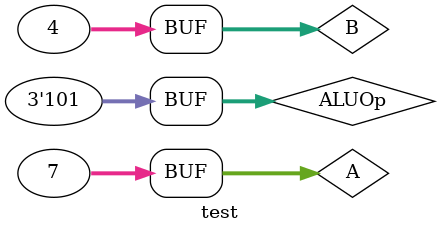
<source format=v>
`timescale 1ns / 1ps


module test;

	// Inputs
	reg [31:0] A;
	reg [31:0] B;
	reg [2:0] ALUOp;

	// Outputs
	wire [31:0] C;

	// Instantiate the Unit Under Test (UUT)
	alu uut (
		.A(A), 
		.B(B), 
		.ALUOp(ALUOp), 
		.C(C)
	);

	initial begin
		// Initialize Inputs
		A = 0;
		B = 0;
		ALUOp = 0;

		// Wait 100 ns for global reset to finish
		#10;
		
      ALUOp=3'b000;
		// Add stimulus here
		A=32'b111;
		B=32'b100;
		#10;
		ALUOp=3'b001;
		#10;
		ALUOp=3'b100;
		#10;
		ALUOp=3'b101;
	end
      
endmodule


</source>
